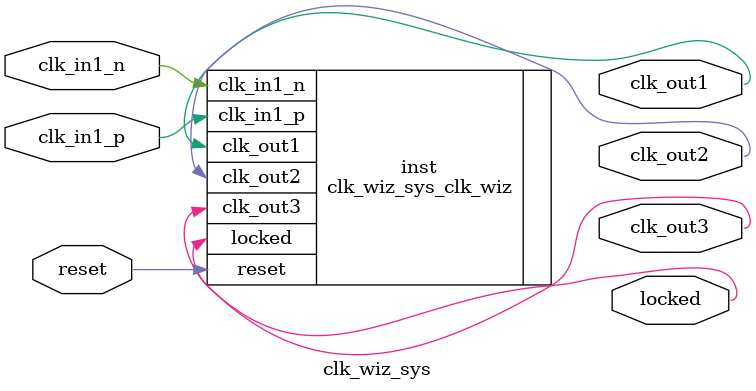
<source format=v>


`timescale 1ps/1ps

(* CORE_GENERATION_INFO = "clk_wiz_sys,clk_wiz_v6_0_15_0_0,{component_name=clk_wiz_sys,use_phase_alignment=false,use_min_o_jitter=false,use_max_i_jitter=false,use_dyn_phase_shift=false,use_inclk_switchover=false,use_dyn_reconfig=false,enable_axi=0,feedback_source=FDBK_AUTO,PRIMITIVE=MMCM,num_out_clk=3,clkin1_period=5.000,clkin2_period=10.0,use_power_down=false,use_reset=true,use_locked=true,use_inclk_stopped=false,feedback_type=SINGLE,CLOCK_MGR_TYPE=NA,manual_override=false}" *)

module clk_wiz_sys 
 (
  // Clock out ports
  output        clk_out1,
  output        clk_out2,
  output        clk_out3,
  // Status and control signals
  input         reset,
  output        locked,
 // Clock in ports
  input         clk_in1_p,
  input         clk_in1_n
 );

  clk_wiz_sys_clk_wiz inst
  (
  // Clock out ports  
  .clk_out1(clk_out1),
  .clk_out2(clk_out2),
  .clk_out3(clk_out3),
  // Status and control signals               
  .reset(reset), 
  .locked(locked),
 // Clock in ports
  .clk_in1_p(clk_in1_p),
  .clk_in1_n(clk_in1_n)
  );

endmodule

</source>
